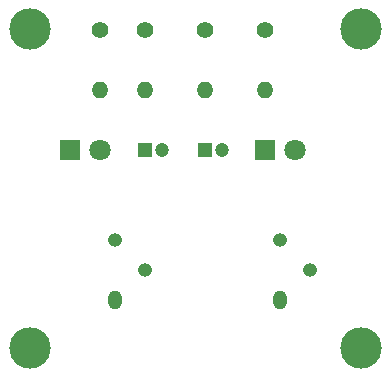
<source format=gbr>
%TF.GenerationSoftware,KiCad,Pcbnew,(5.1.12)-1*%
%TF.CreationDate,2023-08-26T20:17:23+05:30*%
%TF.ProjectId,flasher,666c6173-6865-4722-9e6b-696361645f70,rev?*%
%TF.SameCoordinates,Original*%
%TF.FileFunction,Copper,L1,Top*%
%TF.FilePolarity,Positive*%
%FSLAX46Y46*%
G04 Gerber Fmt 4.6, Leading zero omitted, Abs format (unit mm)*
G04 Created by KiCad (PCBNEW (5.1.12)-1) date 2023-08-26 20:17:23*
%MOMM*%
%LPD*%
G01*
G04 APERTURE LIST*
%TA.AperFunction,ComponentPad*%
%ADD10O,1.400000X1.400000*%
%TD*%
%TA.AperFunction,ComponentPad*%
%ADD11C,1.400000*%
%TD*%
%TA.AperFunction,ComponentPad*%
%ADD12O,1.200000X1.200000*%
%TD*%
%TA.AperFunction,ComponentPad*%
%ADD13O,1.200000X1.600000*%
%TD*%
%TA.AperFunction,ComponentPad*%
%ADD14C,1.800000*%
%TD*%
%TA.AperFunction,ComponentPad*%
%ADD15R,1.800000X1.800000*%
%TD*%
%TA.AperFunction,ComponentPad*%
%ADD16C,1.200000*%
%TD*%
%TA.AperFunction,ComponentPad*%
%ADD17R,1.200000X1.200000*%
%TD*%
%TA.AperFunction,ViaPad*%
%ADD18C,3.500000*%
%TD*%
G04 APERTURE END LIST*
D10*
%TO.P,R4,2*%
%TO.N,Net-(D2-Pad2)*%
X149860000Y-90170000D03*
D11*
%TO.P,R4,1*%
%TO.N,VCC*%
X149860000Y-85090000D03*
%TD*%
D10*
%TO.P,R3,2*%
%TO.N,Net-(C2-Pad1)*%
X144780000Y-90170000D03*
D11*
%TO.P,R3,1*%
%TO.N,VCC*%
X144780000Y-85090000D03*
%TD*%
D10*
%TO.P,R2,2*%
%TO.N,Net-(C1-Pad2)*%
X139700000Y-90170000D03*
D11*
%TO.P,R2,1*%
%TO.N,VCC*%
X139700000Y-85090000D03*
%TD*%
D10*
%TO.P,R1,2*%
%TO.N,Net-(D1-Pad2)*%
X135890000Y-90170000D03*
D11*
%TO.P,R1,1*%
%TO.N,VCC*%
X135890000Y-85090000D03*
%TD*%
D12*
%TO.P,Q2,3*%
%TO.N,Net-(C2-Pad2)*%
X151130000Y-102870000D03*
%TO.P,Q2,2*%
%TO.N,Net-(C1-Pad2)*%
X153670000Y-105410000D03*
D13*
%TO.P,Q2,1*%
%TO.N,Earth*%
X151130000Y-107950000D03*
%TD*%
D12*
%TO.P,Q1,3*%
%TO.N,Net-(C1-Pad1)*%
X137160000Y-102870000D03*
%TO.P,Q1,2*%
%TO.N,Net-(C2-Pad1)*%
X139700000Y-105410000D03*
D13*
%TO.P,Q1,1*%
%TO.N,Earth*%
X137160000Y-107950000D03*
%TD*%
D14*
%TO.P,D2,2*%
%TO.N,Net-(D2-Pad2)*%
X152400000Y-95250000D03*
D15*
%TO.P,D2,1*%
%TO.N,Net-(C2-Pad2)*%
X149860000Y-95250000D03*
%TD*%
D14*
%TO.P,D1,2*%
%TO.N,Net-(D1-Pad2)*%
X135890000Y-95250000D03*
D15*
%TO.P,D1,1*%
%TO.N,Net-(C1-Pad1)*%
X133350000Y-95250000D03*
%TD*%
D16*
%TO.P,C2,2*%
%TO.N,Net-(C2-Pad2)*%
X146280000Y-95250000D03*
D17*
%TO.P,C2,1*%
%TO.N,Net-(C2-Pad1)*%
X144780000Y-95250000D03*
%TD*%
D16*
%TO.P,C1,2*%
%TO.N,Net-(C1-Pad2)*%
X141200000Y-95250000D03*
D17*
%TO.P,C1,1*%
%TO.N,Net-(C1-Pad1)*%
X139700000Y-95250000D03*
%TD*%
D18*
%TO.N,*%
X158000000Y-85000000D03*
X158000000Y-112000000D03*
X130000000Y-85000000D03*
X130000000Y-112000000D03*
%TD*%
M02*

</source>
